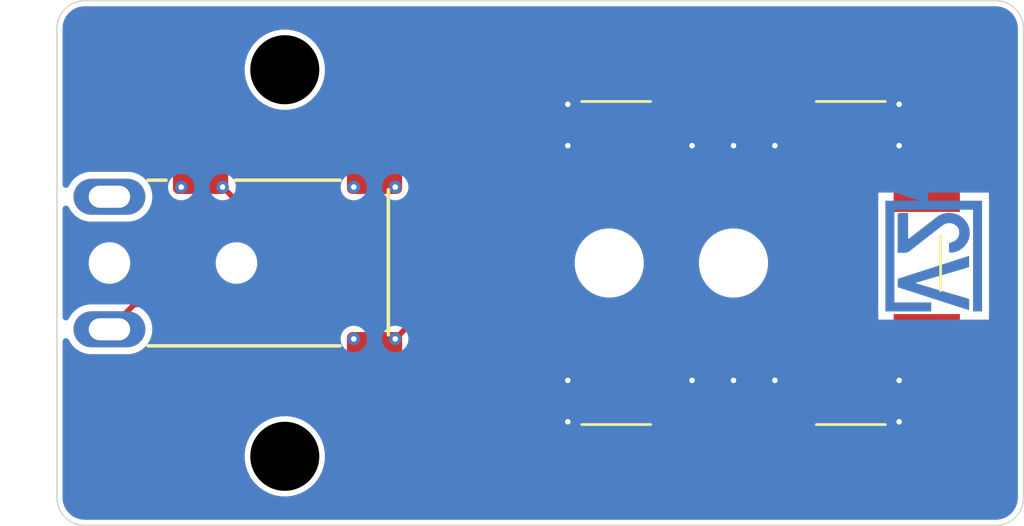
<source format=kicad_pcb>
(kicad_pcb (version 20240108) (generator "pcbnew") (generator_version "8.0")
  (title_block (date "2024-07-17") (rev "3"))
  (layers (0 "F.Cu" signal) (31 "B.Cu" signal) (34 "B.Paste" user) (35 "F.Paste" user) (36 "B.SilkS" user "B.Silkscreen") (37 "F.SilkS" user "F.Silkscreen") (38 "B.Mask" user) (39 "F.Mask" user) (44 "Edge.Cuts" user))
  (net 0 "")
  (net 1 "/Ring")
  (net 2 "/Tip")
  (net 4 "/Sleeve")
  (net 5 "GND")
  (footprint "V2_Fiducial:Fiducial_0.5mm_Mask1mm_Paste" (layer "F.Cu") (at 170.5 107)
    (property "Reference" "FID102" (hide yes))
    (property "Value" "Fiducial" (hide yes))
    (pad "" smd circle (at 0 0) (size 0.5 0.5) (property pad_prop_fiducial_glob) (layers "F.Cu" "F.Paste" "F.Mask") (clearance 0.25))
  )
  (footprint "V2_Mechanical:MountingHole_2.5mm" (layer "F.Cu") (at 144.75 105.5)
    (property "Reference" "H2" (hide yes))
    (property "Value" "MountingHole_2.5mm" (hide yes))
    (pad "" np_thru_hole circle (at 0 0) (size 2.5 2.5) (drill 2.5) (layers "*.Mask"))
  )
  (footprint "V2_Fiducial:Fiducial_0.5mm_Mask1mm_Paste" (layer "F.Cu") (at 137.5 107)
    (property "Reference" "FID1" (hide yes))
    (property "Value" "Fiducial" (hide yes))
    (pad "" smd circle (at 0 0) (size 0.5 0.5) (property pad_prop_fiducial_glob) (layers "F.Cu" "F.Paste" "F.Mask") (clearance 0.25))
  )
  (footprint "V2_Potentiometer:ALPS-RK1191114001" (layer "F.Cu") (at 161 98.5 -90)
    (property "Reference" "RV101" (hide yes))
    (property "Value" "10k" (hide yes))
    (fp_line (start -5.85 3) (end -5.85 5.5) (stroke (width 0.1)) (layer "F.SilkS"))
    (fp_line (start 5.85 3) (end 5.85 5.5) (stroke (width 0.1)) (layer "F.SilkS"))
    (fp_line (start -5.85 -5.5) (end -5.85 -3) (stroke (width 0.1)) (layer "F.SilkS"))
    (fp_line (start 5.85 -5.5) (end 5.85 -3) (stroke (width 0.1)) (layer "F.SilkS"))
    (fp_line (start -1 -7.5) (end 1 -7.5) (stroke (width 0.1)) (layer "F.SilkS"))
    (pad "" np_thru_hole circle (at 0 0 270) (size 2.1 2.1) (drill 2.1) (layers "*.Cu" "*.Mask"))
    (pad "" np_thru_hole circle (at 0 4.5 270) (size 2.1 2.1) (drill 2.1) (layers "*.Cu" "*.Mask"))
    (pad "1" smd rect (at -2 7.45) (size 2.1 1.2) (layers "F.Cu" "F.Paste" "F.Mask") (net 4 "/Sleeve"))
    (pad "2" smd rect (at 0 7.45) (size 2.1 1.2) (layers "F.Cu" "F.Paste" "F.Mask") (net 2 "/Tip"))
    (pad "3" smd rect (at 2 7.45) (size 2.1 1.2) (layers "F.Cu" "F.Paste" "F.Mask") (net 1 "/Ring"))
    (pad "4" smd rect (at -2.5 -7) (size 2.4 1.3) (layers "F.Cu" "F.Paste" "F.Mask"))
    (pad "5" smd rect (at 2.5 -7) (size 2.4 1.3) (layers "F.Cu" "F.Paste" "F.Mask"))
    (pad "MP" smd roundrect (at -6.125 0) (size 4 4.25) (layers "F.Cu") (roundrect_rratio 0.1) (net 5 "GND"))
    (pad "MP" thru_hole circle (at -5.75 -6 270) (size 0.45 0.45) (drill 0.2) (layers "*.Cu") (net 5 "GND"))
    (pad "MP" thru_hole circle (at -5.75 6 270) (size 0.45 0.45) (drill 0.2) (layers "*.Cu") (net 5 "GND"))
    (pad "MP" smd roundrect (at -5 -7.625) (size 3.75 2.5) (layers "F.Cu") (roundrect_rratio 0.1) (net 5 "GND"))
    (pad "MP" smd roundrect (at -5 7.625) (size 3.75 2.5) (layers "F.Cu") (roundrect_rratio 0.1) (net 5 "GND"))
    (pad "MP" thru_hole circle (at -4.25 -6 270) (size 0.45 0.45) (drill 0.2) (layers "*.Cu") (net 5 "GND"))
    (pad "MP" thru_hole circle (at -4.25 -1.5 270) (size 0.45 0.45) (drill 0.2) (layers "*.Cu") (net 5 "GND"))
    (pad "MP" thru_hole circle (at -4.25 0 270) (size 0.45 0.45) (drill 0.2) (layers "*.Cu") (net 5 "GND"))
    (pad "MP" thru_hole circle (at -4.25 1.5 270) (size 0.45 0.45) (drill 0.2) (layers "*.Cu") (net 5 "GND"))
    (pad "MP" thru_hole circle (at -4.25 6 270) (size 0.45 0.45) (drill 0.2) (layers "*.Cu") (net 5 "GND"))
    (pad "MP" thru_hole circle (at 4.25 -6 270) (size 0.45 0.45) (drill 0.2) (layers "*.Cu") (net 5 "GND"))
    (pad "MP" thru_hole circle (at 4.25 -1.5 270) (size 0.45 0.45) (drill 0.2) (layers "*.Cu") (net 5 "GND"))
    (pad "MP" thru_hole circle (at 4.25 0 270) (size 0.45 0.45) (drill 0.2) (layers "*.Cu") (net 5 "GND"))
    (pad "MP" thru_hole circle (at 4.25 1.5 270) (size 0.45 0.45) (drill 0.2) (layers "*.Cu") (net 5 "GND"))
    (pad "MP" thru_hole circle (at 4.25 6 270) (size 0.45 0.45) (drill 0.2) (layers "*.Cu") (net 5 "GND"))
    (pad "MP" smd roundrect (at 5 -7.625) (size 3.75 2.5) (layers "F.Cu") (roundrect_rratio 0.1) (net 5 "GND"))
    (pad "MP" smd roundrect (at 5 7.625) (size 3.75 2.5) (layers "F.Cu") (roundrect_rratio 0.1) (net 5 "GND"))
    (pad "MP" thru_hole circle (at 5.75 -6 270) (size 0.45 0.45) (drill 0.2) (layers "*.Cu") (net 5 "GND"))
    (pad "MP" thru_hole circle (at 5.75 6 270) (size 0.45 0.45) (drill 0.2) (layers "*.Cu") (net 5 "GND"))
    (pad "MP" smd roundrect (at 6.125 0) (size 4 4.25) (layers "F.Cu") (roundrect_rratio 0.1) (net 5 "GND"))
  )
  (footprint "V2_Connector_Audio:CUI_SJ2-35464B-SMT-TR" (layer "F.Cu") (at 142.5 98.5)
    (property "Reference" "J1" (hide yes))
    (property "Value" "SJ2-35464B-SMT-TR" (hide yes))
    (fp_line (start -2.7 -3) (end -2.05 -3) (stroke (width 0.127)) (layer "F.SilkS"))
    (fp_line (start 0.45 -3) (end 4.25 -3) (stroke (width 0.127)) (layer "F.SilkS"))
    (fp_line (start 4.25 3) (end -2.7 3) (stroke (width 0.127)) (layer "F.SilkS"))
    (fp_line (start 6 -2.65) (end 6 2.6) (stroke (width 0.127)) (layer "F.SilkS"))
    (pad "" np_thru_hole circle (at -4.1 0) (size 1.1 1.1) (drill 1.1) (layers "*.Cu" "*.Mask"))
    (pad "" np_thru_hole circle (at 0.5 0) (size 1.1 1.1) (drill 1.1) (layers "*.Cu" "*.Mask"))
    (pad "1" thru_hole oval (at -4.1 2.4) (size 2.6 1.3) (drill oval 1.5 0.8) (layers "*.Cu" "F.Paste" "F.Mask") (net 4 "/Sleeve"))
    (pad "2" thru_hole circle (at 4.75 2.75) (size 0.45 0.45) (drill 0.2) (layers "*.Cu") (net 2 "/Tip"))
    (pad "2" smd roundrect (at 5.5 3.5) (size 2 2) (layers "F.Cu") (roundrect_rratio 0.1) (net 2 "/Tip"))
    (pad "2" thru_hole circle (at 6.25 2.75) (size 0.45 0.45) (drill 0.2) (layers "*.Cu") (net 2 "/Tip"))
    (pad "3" thru_hole circle (at -1.5 -2.75) (size 0.45 0.45) (drill 0.2) (layers "*.Cu") (net 1 "/Ring"))
    (pad "3" smd roundrect (at -0.8 -3.5) (size 2 2) (layers "F.Cu") (roundrect_rratio 0.1) (net 1 "/Ring"))
    (pad "3" thru_hole circle (at 0 -2.75) (size 0.45 0.45) (drill 0.2) (layers "*.Cu") (net 1 "/Ring"))
    (pad "4" thru_hole oval (at -4.1 -2.4) (size 2.6 1.3) (drill oval 1.5 0.8) (layers "*.Cu" "F.Paste" "F.Mask"))
    (pad "10" thru_hole circle (at 4.75 -2.75) (size 0.45 0.45) (drill 0.2) (layers "*.Cu"))
    (pad "10" smd roundrect (at 5.5 -3.5) (size 2 2) (layers "F.Cu") (roundrect_rratio 0.1))
    (pad "10" thru_hole circle (at 6.25 -2.75) (size 0.45 0.45) (drill 0.2) (layers "*.Cu"))
  )
  (footprint "V2_Fiducial:Fiducial_0.5mm_Mask1mm_Paste" (layer "F.Cu") (at 137.5 90)
    (property "Reference" "FID101" (hide yes))
    (property "Value" "Fiducial" (hide yes))
    (pad "" smd circle (at 0 0) (size 0.5 0.5) (property pad_prop_fiducial_glob) (layers "F.Cu" "F.Paste" "F.Mask") (clearance 0.25))
  )
  (footprint "V2_Mechanical:MountingHole_2.5mm" (layer "F.Cu") (at 144.75 91.5)
    (property "Reference" "H1" (hide yes))
    (property "Value" "MountingHole_2.5mm" (hide yes))
    (pad "" np_thru_hole circle (at 0 0) (size 2.5 2.5) (drill 2.5) (layers "*.Mask"))
  )
  (footprint "V2_Artwork:Logo_Small" (layer "B.Cu") (at 168.25 98.25 90)
    (property "Reference" "ICON1" (hide yes))
    (property "Value" "V2-logo" (hide yes))
    (fp_poly (pts (xy 2.006758 -1.750057) (xy -2.003742 -1.750057) (xy -2.003742 -0.089057) (xy -1.676242 -0.089057) (xy -1.676242 -1.422557) (xy 1.679258 -1.422557) (xy 1.679258 1.424943) (xy -2.003742 1.424943) (xy -2.003742 1.752443) (xy 2.006758 1.752443)) (fill solid) (layer "B.Cu"))
    (fp_poly (pts (xy -1.520919 1.190765) (xy -0.987877 -0.632379) (xy -0.96229 -0.63477) (xy -0.429473 1.187605) (xy -0.397658 1.28383) (xy -0.093581 1.28383) (xy 0.011405 1.282303) (xy -0.821464 -1.300873) (xy -0.922973 -1.304044) (xy -1.126979 -1.304044) (xy -1.959811 1.279026) (xy -1.859182 1.28383) (xy -1.55515 1.28383)) (fill solid) (layer "B.Cu"))
    (fp_poly (pts (xy 0.959179 1.296323) (xy 1.057102 1.27333) (xy 1.15069 1.236367) (xy 1.237701 1.18584) (xy 1.316459 1.12329) (xy 1.386544 1.051192) (xy 1.4473 0.971068) (xy 1.496526 0.883341) (xy 1.532676 0.789459) (xy 1.555226 0.691443) (xy 1.564714 0.591354) (xy 1.562302 0.490861) (xy 1.547686 0.391375) (xy 1.519699 0.294757) (xy 1.477977 0.203204) (xy 1.423428 0.118825) (xy 0.62811 -0.902367) (xy 0.666211 -0.926016) (xy 1.464718 -0.926016) (xy 1.565211 -0.930611) (xy 1.565211 -1.236646) (xy 1.526846 -1.304028) (xy 0.119258 -1.304044) (xy 0.119258 -0.998218) (xy 0.152529 -0.907926) (xy 1.075862 0.274673) (xy 1.135011 0.354575) (xy 1.177602 0.443372) (xy 1.194922 0.540328) (xy 1.188525 0.63852) (xy 1.156173 0.731429) (xy 1.102154 0.813814) (xy 1.029408 0.879553) (xy 0.93915 0.917434) (xy 0.841313 0.926822) (xy 0.744269 0.911115) (xy 0.655699 0.868697) (xy 0.582012 0.803671) (xy 0.529159 0.720807) (xy 0.499075 0.625849) (xy 0.458111 0.553721) (xy 0.151905 0.553721) (xy 0.122138 0.626978) (xy 0.136522 0.727544) (xy 0.163539 0.824426) (xy 0.203793 0.916615) (xy 0.256664 1.002191) (xy 0.320597 1.07979) (xy 0.393413 1.149125) (xy 0.474729 1.208346) (xy 0.563921 1.254958) (xy 0.65936 1.286951) (xy 0.758577 1.303726) (xy 0.859118 1.306199)) (fill solid) (layer "B.Cu"))
    (zone (net 0) (net_name "") (layer "B.Cu") (connect_pads (clearance 0)) (min_thickness 0.254)
      (keepout (tracks not_allowed) (vias not_allowed) (pads not_allowed) (copperpour not_allowed) (footprints allowed))
      (fill (thermal_gap 0.508) (thermal_bridge_width 0.508))
      (polygon (pts (xy 166.25 100.55) (xy 166.25 95.95) (xy 170.255 95.95) (xy 170.255 100.55) (xy 169.65 100.55) (xy 168.45 100.15) (xy 168.45 100.55)))
    )
  )
  (gr_line (start 171.5 90) (end 171.5 107) (stroke (width 0.05)) (layer "Edge.Cuts"))
  (gr_arc (start 170.5 89) (mid 171.207107 89.292893) (end 171.5 90) (stroke (width 0.05)) (layer "Edge.Cuts"))
  (gr_arc (start 171.5 107) (mid 171.207107 107.707107) (end 170.5 108) (stroke (width 0.05)) (layer "Edge.Cuts"))
  (gr_line (start 137.5 108) (end 170.5 108) (stroke (width 0.05)) (layer "Edge.Cuts"))
  (gr_line (start 137.5 89) (end 170.5 89) (stroke (width 0.05)) (layer "Edge.Cuts"))
  (gr_arc (start 136.5 90) (mid 136.792893 89.292893) (end 137.5 89) (stroke (width 0.05)) (layer "Edge.Cuts"))
  (gr_line (start 136.5 90) (end 136.5 107) (stroke (width 0.05)) (layer "Edge.Cuts"))
  (gr_arc (start 137.5 108) (mid 136.792893 107.707107) (end 136.5 107) (stroke (width 0.05)) (layer "Edge.Cuts"))
  (segment (start 158.5 97.5) (end 158.5 99.5) (width 0.2) (layer "F.Cu") (net 1))
  (segment (start 149.25 97) (end 150.75 95.5) (width 0.2) (layer "F.Cu") (net 1))
  (segment (start 156.5 95.5) (end 158.5 97.5) (width 0.2) (layer "F.Cu") (net 1))
  (segment (start 157.5 100.5) (end 153.55 100.5) (width 0.2) (layer "F.Cu") (net 1))
  (segment (start 150.75 95.5) (end 156.5 95.5) (width 0.2) (layer "F.Cu") (net 1))
  (segment (start 143.75 97) (end 149.25 97) (width 0.2) (layer "F.Cu") (net 1))
  (segment (start 142.5 95.75) (end 143.75 97) (width 0.2) (layer "F.Cu") (net 1))
  (segment (start 158.5 99.5) (end 157.5 100.5) (width 0.2) (layer "F.Cu") (net 1))
  (segment (start 153.55 98.5) (end 151.5 98.5) (width 0.2) (layer "F.Cu") (net 2))
  (segment (start 151.5 98.5) (end 148.75 101.25) (width 0.2) (layer "F.Cu") (net 2))
  (segment (start 139.3 100) (end 138.4 100.9) (width 0.2) (layer "F.Cu") (net 4))
  (segment (start 153.55 96.5) (end 151.625 96.5) (width 0.2) (layer "F.Cu") (net 4))
  (segment (start 151.625 96.5) (end 148.125 100) (width 0.2) (layer "F.Cu") (net 4))
  (segment (start 148.125 100) (end 139.3 100) (width 0.2) (layer "F.Cu") (net 4))
  (zone (net 5) (net_name "GND") (layer "B.Cu") (connect_pads yes (clearance 0.25)) (min_thickness 0.25) (fill yes (thermal_gap 0.5) (thermal_bridge_width 0.5) (smoothing fillet) (radius 0.25))
    (polygon (pts (xy 136.5 89) (xy 171.5 89) (xy 171.5 108) (xy 136.5 108)))
  )
)
</source>
